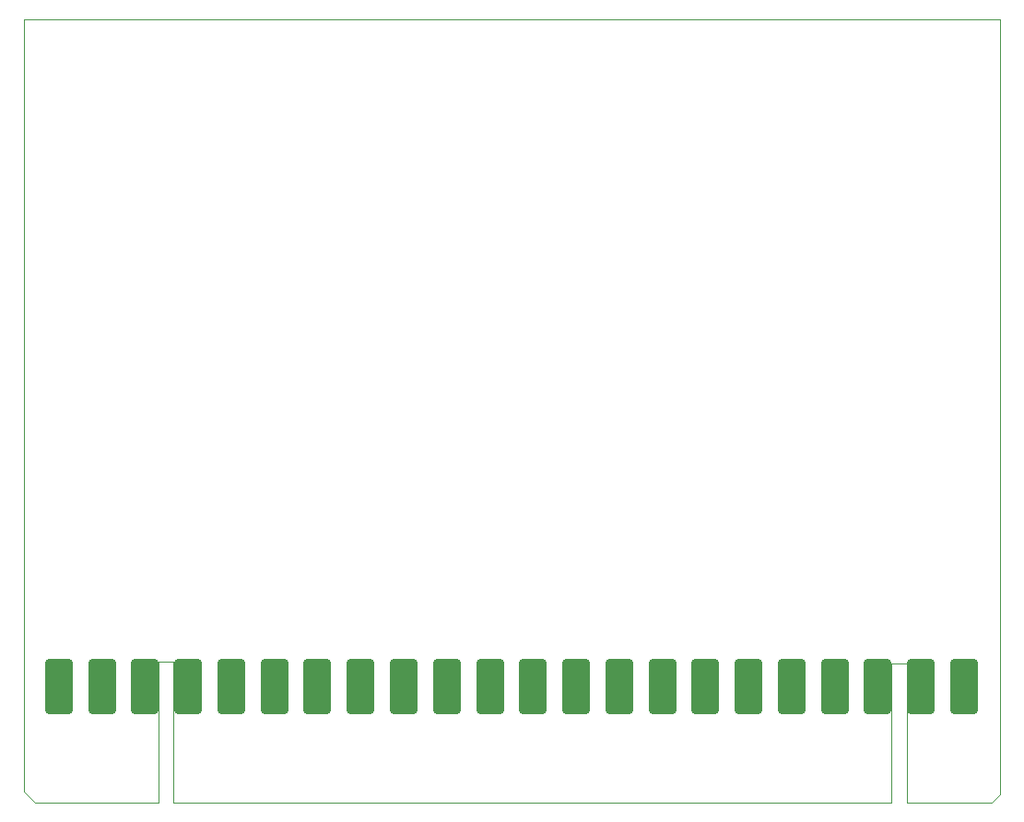
<source format=gbp>
G75*
%MOIN*%
%OFA0B0*%
%FSLAX25Y25*%
%IPPOS*%
%LPD*%
%AMOC8*
5,1,8,0,0,1.08239X$1,22.5*
%
%ADD10C,0.00000*%
%ADD11C,0.03000*%
D10*
X0026198Y0007776D02*
X0030135Y0003874D01*
X0074623Y0003874D01*
X0074623Y0054661D01*
X0080135Y0054661D01*
X0080135Y0003874D01*
X0339583Y0003874D01*
X0339583Y0054268D01*
X0345489Y0054268D01*
X0345489Y0003874D01*
X0376198Y0003874D01*
X0378954Y0006630D01*
X0378954Y0053087D01*
X0378954Y0052969D02*
X0378954Y0287067D01*
X0026198Y0287067D01*
X0026198Y0053575D01*
X0026198Y0053776D02*
X0026198Y0007776D01*
D11*
X0034986Y0037421D02*
X0041986Y0037421D01*
X0034986Y0037421D02*
X0034986Y0054421D01*
X0041986Y0054421D01*
X0041986Y0037421D01*
X0041986Y0040420D02*
X0034986Y0040420D01*
X0034986Y0043419D02*
X0041986Y0043419D01*
X0041986Y0046418D02*
X0034986Y0046418D01*
X0034986Y0049417D02*
X0041986Y0049417D01*
X0041986Y0052416D02*
X0034986Y0052416D01*
X0050576Y0037421D02*
X0057576Y0037421D01*
X0050576Y0037421D02*
X0050576Y0054421D01*
X0057576Y0054421D01*
X0057576Y0037421D01*
X0057576Y0040420D02*
X0050576Y0040420D01*
X0050576Y0043419D02*
X0057576Y0043419D01*
X0057576Y0046418D02*
X0050576Y0046418D01*
X0050576Y0049417D02*
X0057576Y0049417D01*
X0057576Y0052416D02*
X0050576Y0052416D01*
X0066167Y0037421D02*
X0073167Y0037421D01*
X0066167Y0037421D02*
X0066167Y0054421D01*
X0073167Y0054421D01*
X0073167Y0037421D01*
X0073167Y0040420D02*
X0066167Y0040420D01*
X0066167Y0043419D02*
X0073167Y0043419D01*
X0073167Y0046418D02*
X0066167Y0046418D01*
X0066167Y0049417D02*
X0073167Y0049417D01*
X0073167Y0052416D02*
X0066167Y0052416D01*
X0081757Y0037421D02*
X0088757Y0037421D01*
X0081757Y0037421D02*
X0081757Y0054421D01*
X0088757Y0054421D01*
X0088757Y0037421D01*
X0088757Y0040420D02*
X0081757Y0040420D01*
X0081757Y0043419D02*
X0088757Y0043419D01*
X0088757Y0046418D02*
X0081757Y0046418D01*
X0081757Y0049417D02*
X0088757Y0049417D01*
X0088757Y0052416D02*
X0081757Y0052416D01*
X0097348Y0037421D02*
X0104348Y0037421D01*
X0097348Y0037421D02*
X0097348Y0054421D01*
X0104348Y0054421D01*
X0104348Y0037421D01*
X0104348Y0040420D02*
X0097348Y0040420D01*
X0097348Y0043419D02*
X0104348Y0043419D01*
X0104348Y0046418D02*
X0097348Y0046418D01*
X0097348Y0049417D02*
X0104348Y0049417D01*
X0104348Y0052416D02*
X0097348Y0052416D01*
X0112939Y0037421D02*
X0119939Y0037421D01*
X0112939Y0037421D02*
X0112939Y0054421D01*
X0119939Y0054421D01*
X0119939Y0037421D01*
X0119939Y0040420D02*
X0112939Y0040420D01*
X0112939Y0043419D02*
X0119939Y0043419D01*
X0119939Y0046418D02*
X0112939Y0046418D01*
X0112939Y0049417D02*
X0119939Y0049417D01*
X0119939Y0052416D02*
X0112939Y0052416D01*
X0128529Y0037421D02*
X0135529Y0037421D01*
X0128529Y0037421D02*
X0128529Y0054421D01*
X0135529Y0054421D01*
X0135529Y0037421D01*
X0135529Y0040420D02*
X0128529Y0040420D01*
X0128529Y0043419D02*
X0135529Y0043419D01*
X0135529Y0046418D02*
X0128529Y0046418D01*
X0128529Y0049417D02*
X0135529Y0049417D01*
X0135529Y0052416D02*
X0128529Y0052416D01*
X0144120Y0037421D02*
X0151120Y0037421D01*
X0144120Y0037421D02*
X0144120Y0054421D01*
X0151120Y0054421D01*
X0151120Y0037421D01*
X0151120Y0040420D02*
X0144120Y0040420D01*
X0144120Y0043419D02*
X0151120Y0043419D01*
X0151120Y0046418D02*
X0144120Y0046418D01*
X0144120Y0049417D02*
X0151120Y0049417D01*
X0151120Y0052416D02*
X0144120Y0052416D01*
X0159710Y0037421D02*
X0166710Y0037421D01*
X0159710Y0037421D02*
X0159710Y0054421D01*
X0166710Y0054421D01*
X0166710Y0037421D01*
X0166710Y0040420D02*
X0159710Y0040420D01*
X0159710Y0043419D02*
X0166710Y0043419D01*
X0166710Y0046418D02*
X0159710Y0046418D01*
X0159710Y0049417D02*
X0166710Y0049417D01*
X0166710Y0052416D02*
X0159710Y0052416D01*
X0175301Y0037421D02*
X0182301Y0037421D01*
X0175301Y0037421D02*
X0175301Y0054421D01*
X0182301Y0054421D01*
X0182301Y0037421D01*
X0182301Y0040420D02*
X0175301Y0040420D01*
X0175301Y0043419D02*
X0182301Y0043419D01*
X0182301Y0046418D02*
X0175301Y0046418D01*
X0175301Y0049417D02*
X0182301Y0049417D01*
X0182301Y0052416D02*
X0175301Y0052416D01*
X0190891Y0037421D02*
X0197891Y0037421D01*
X0190891Y0037421D02*
X0190891Y0054421D01*
X0197891Y0054421D01*
X0197891Y0037421D01*
X0197891Y0040420D02*
X0190891Y0040420D01*
X0190891Y0043419D02*
X0197891Y0043419D01*
X0197891Y0046418D02*
X0190891Y0046418D01*
X0190891Y0049417D02*
X0197891Y0049417D01*
X0197891Y0052416D02*
X0190891Y0052416D01*
X0206482Y0037421D02*
X0213482Y0037421D01*
X0206482Y0037421D02*
X0206482Y0054421D01*
X0213482Y0054421D01*
X0213482Y0037421D01*
X0213482Y0040420D02*
X0206482Y0040420D01*
X0206482Y0043419D02*
X0213482Y0043419D01*
X0213482Y0046418D02*
X0206482Y0046418D01*
X0206482Y0049417D02*
X0213482Y0049417D01*
X0213482Y0052416D02*
X0206482Y0052416D01*
X0222072Y0037421D02*
X0229072Y0037421D01*
X0222072Y0037421D02*
X0222072Y0054421D01*
X0229072Y0054421D01*
X0229072Y0037421D01*
X0229072Y0040420D02*
X0222072Y0040420D01*
X0222072Y0043419D02*
X0229072Y0043419D01*
X0229072Y0046418D02*
X0222072Y0046418D01*
X0222072Y0049417D02*
X0229072Y0049417D01*
X0229072Y0052416D02*
X0222072Y0052416D01*
X0237663Y0037421D02*
X0244663Y0037421D01*
X0237663Y0037421D02*
X0237663Y0054421D01*
X0244663Y0054421D01*
X0244663Y0037421D01*
X0244663Y0040420D02*
X0237663Y0040420D01*
X0237663Y0043419D02*
X0244663Y0043419D01*
X0244663Y0046418D02*
X0237663Y0046418D01*
X0237663Y0049417D02*
X0244663Y0049417D01*
X0244663Y0052416D02*
X0237663Y0052416D01*
X0253254Y0037421D02*
X0260254Y0037421D01*
X0253254Y0037421D02*
X0253254Y0054421D01*
X0260254Y0054421D01*
X0260254Y0037421D01*
X0260254Y0040420D02*
X0253254Y0040420D01*
X0253254Y0043419D02*
X0260254Y0043419D01*
X0260254Y0046418D02*
X0253254Y0046418D01*
X0253254Y0049417D02*
X0260254Y0049417D01*
X0260254Y0052416D02*
X0253254Y0052416D01*
X0268844Y0037421D02*
X0275844Y0037421D01*
X0268844Y0037421D02*
X0268844Y0054421D01*
X0275844Y0054421D01*
X0275844Y0037421D01*
X0275844Y0040420D02*
X0268844Y0040420D01*
X0268844Y0043419D02*
X0275844Y0043419D01*
X0275844Y0046418D02*
X0268844Y0046418D01*
X0268844Y0049417D02*
X0275844Y0049417D01*
X0275844Y0052416D02*
X0268844Y0052416D01*
X0284435Y0037421D02*
X0291435Y0037421D01*
X0284435Y0037421D02*
X0284435Y0054421D01*
X0291435Y0054421D01*
X0291435Y0037421D01*
X0291435Y0040420D02*
X0284435Y0040420D01*
X0284435Y0043419D02*
X0291435Y0043419D01*
X0291435Y0046418D02*
X0284435Y0046418D01*
X0284435Y0049417D02*
X0291435Y0049417D01*
X0291435Y0052416D02*
X0284435Y0052416D01*
X0300025Y0037421D02*
X0307025Y0037421D01*
X0300025Y0037421D02*
X0300025Y0054421D01*
X0307025Y0054421D01*
X0307025Y0037421D01*
X0307025Y0040420D02*
X0300025Y0040420D01*
X0300025Y0043419D02*
X0307025Y0043419D01*
X0307025Y0046418D02*
X0300025Y0046418D01*
X0300025Y0049417D02*
X0307025Y0049417D01*
X0307025Y0052416D02*
X0300025Y0052416D01*
X0315616Y0037421D02*
X0322616Y0037421D01*
X0315616Y0037421D02*
X0315616Y0054421D01*
X0322616Y0054421D01*
X0322616Y0037421D01*
X0322616Y0040420D02*
X0315616Y0040420D01*
X0315616Y0043419D02*
X0322616Y0043419D01*
X0322616Y0046418D02*
X0315616Y0046418D01*
X0315616Y0049417D02*
X0322616Y0049417D01*
X0322616Y0052416D02*
X0315616Y0052416D01*
X0331206Y0037421D02*
X0338206Y0037421D01*
X0331206Y0037421D02*
X0331206Y0054421D01*
X0338206Y0054421D01*
X0338206Y0037421D01*
X0338206Y0040420D02*
X0331206Y0040420D01*
X0331206Y0043419D02*
X0338206Y0043419D01*
X0338206Y0046418D02*
X0331206Y0046418D01*
X0331206Y0049417D02*
X0338206Y0049417D01*
X0338206Y0052416D02*
X0331206Y0052416D01*
X0346797Y0037421D02*
X0353797Y0037421D01*
X0346797Y0037421D02*
X0346797Y0054421D01*
X0353797Y0054421D01*
X0353797Y0037421D01*
X0353797Y0040420D02*
X0346797Y0040420D01*
X0346797Y0043419D02*
X0353797Y0043419D01*
X0353797Y0046418D02*
X0346797Y0046418D01*
X0346797Y0049417D02*
X0353797Y0049417D01*
X0353797Y0052416D02*
X0346797Y0052416D01*
X0362387Y0037421D02*
X0369387Y0037421D01*
X0362387Y0037421D02*
X0362387Y0054421D01*
X0369387Y0054421D01*
X0369387Y0037421D01*
X0369387Y0040420D02*
X0362387Y0040420D01*
X0362387Y0043419D02*
X0369387Y0043419D01*
X0369387Y0046418D02*
X0362387Y0046418D01*
X0362387Y0049417D02*
X0369387Y0049417D01*
X0369387Y0052416D02*
X0362387Y0052416D01*
M02*

</source>
